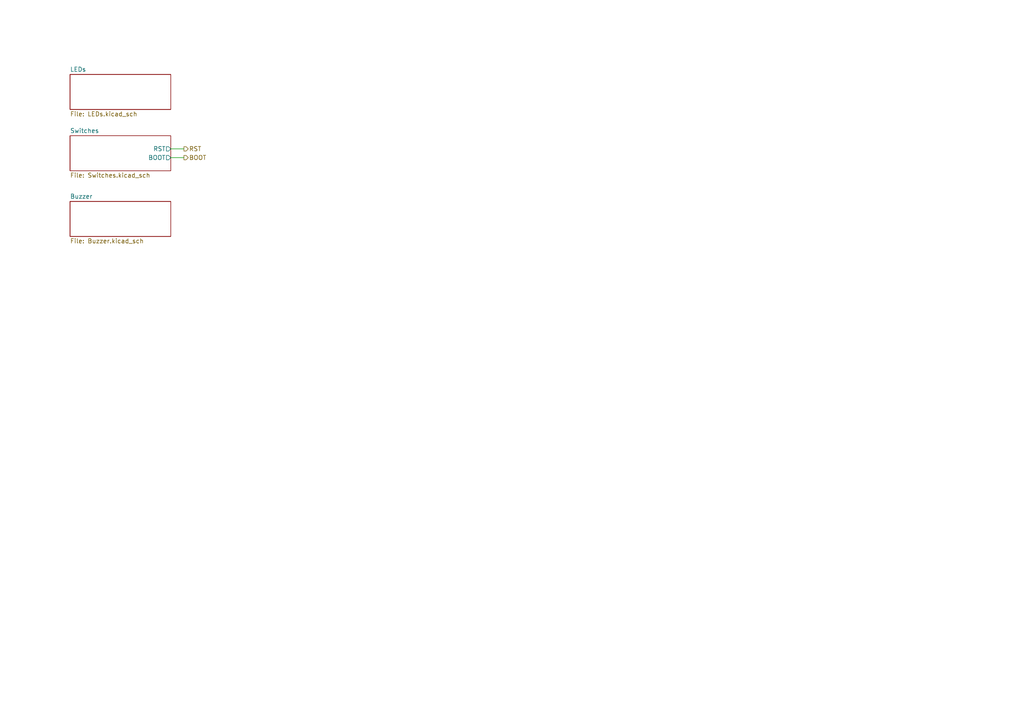
<source format=kicad_sch>
(kicad_sch
	(version 20231120)
	(generator "eeschema")
	(generator_version "8.0")
	(uuid "4cad0c5e-f18f-491e-bc08-e58f634b782c")
	(paper "A4")
	(title_block
		(title "Devices")
	)
	(lib_symbols)
	(wire
		(pts
			(xy 49.53 43.18) (xy 53.34 43.18)
		)
		(stroke
			(width 0)
			(type default)
		)
		(uuid "96477702-d569-4245-abc9-21940538cdcd")
	)
	(wire
		(pts
			(xy 49.53 45.72) (xy 53.34 45.72)
		)
		(stroke
			(width 0)
			(type default)
		)
		(uuid "dd7a5891-af79-47e4-801d-643ea3f21f20")
	)
	(hierarchical_label "RST"
		(shape output)
		(at 53.34 43.18 0)
		(fields_autoplaced yes)
		(effects
			(font
				(size 1.27 1.27)
			)
			(justify left)
		)
		(uuid "1e49f35d-50d4-4fa9-85db-4ce718f723de")
	)
	(hierarchical_label "BOOT"
		(shape output)
		(at 53.34 45.72 0)
		(fields_autoplaced yes)
		(effects
			(font
				(size 1.27 1.27)
			)
			(justify left)
		)
		(uuid "509ecd10-3318-4664-9c74-2866462a2f14")
	)
	(sheet
		(at 20.32 39.37)
		(size 29.21 10.16)
		(fields_autoplaced yes)
		(stroke
			(width 0.1524)
			(type solid)
		)
		(fill
			(color 0 0 0 0.0000)
		)
		(uuid "0ce0db46-f08a-4ba7-a634-e898bb30c291")
		(property "Sheetname" "Switches"
			(at 20.32 38.6584 0)
			(effects
				(font
					(size 1.27 1.27)
				)
				(justify left bottom)
			)
		)
		(property "Sheetfile" "Switches.kicad_sch"
			(at 20.32 50.1146 0)
			(effects
				(font
					(size 1.27 1.27)
				)
				(justify left top)
			)
		)
		(pin "RST" output
			(at 49.53 43.18 0)
			(effects
				(font
					(size 1.27 1.27)
				)
				(justify right)
			)
			(uuid "ffa1cbf9-820b-48bf-925f-244c3653800f")
		)
		(pin "BOOT" output
			(at 49.53 45.72 0)
			(effects
				(font
					(size 1.27 1.27)
				)
				(justify right)
			)
			(uuid "ca402450-0ab2-40b7-8315-e9673f95901b")
		)
		(instances
			(project "esp32-devboard"
				(path "/0204cec0-d71e-48a7-8736-ccb0d3e9b02c/d1e7b685-9c83-4c15-8db3-0beed5698ce7"
					(page "4")
				)
			)
		)
	)
	(sheet
		(at 20.32 58.42)
		(size 29.21 10.16)
		(fields_autoplaced yes)
		(stroke
			(width 0.1524)
			(type solid)
		)
		(fill
			(color 0 0 0 0.0000)
		)
		(uuid "3acee1b1-5513-45b9-b6ac-5e7a54fc4670")
		(property "Sheetname" "Buzzer"
			(at 20.32 57.7084 0)
			(effects
				(font
					(size 1.27 1.27)
				)
				(justify left bottom)
			)
		)
		(property "Sheetfile" "Buzzer.kicad_sch"
			(at 20.32 69.1646 0)
			(effects
				(font
					(size 1.27 1.27)
				)
				(justify left top)
			)
		)
		(instances
			(project "esp32-devboard"
				(path "/0204cec0-d71e-48a7-8736-ccb0d3e9b02c/d1e7b685-9c83-4c15-8db3-0beed5698ce7"
					(page "5")
				)
			)
		)
	)
	(sheet
		(at 20.32 21.59)
		(size 29.21 10.16)
		(fields_autoplaced yes)
		(stroke
			(width 0.1524)
			(type solid)
		)
		(fill
			(color 0 0 0 0.0000)
		)
		(uuid "8184fca5-5229-48fa-bbef-82ce17fecaf5")
		(property "Sheetname" "LEDs"
			(at 20.32 20.8784 0)
			(effects
				(font
					(size 1.27 1.27)
				)
				(justify left bottom)
			)
		)
		(property "Sheetfile" "LEDs.kicad_sch"
			(at 20.32 32.3346 0)
			(effects
				(font
					(size 1.27 1.27)
				)
				(justify left top)
			)
		)
		(instances
			(project "esp32-devboard"
				(path "/0204cec0-d71e-48a7-8736-ccb0d3e9b02c/d1e7b685-9c83-4c15-8db3-0beed5698ce7"
					(page "6")
				)
			)
		)
	)
)

</source>
